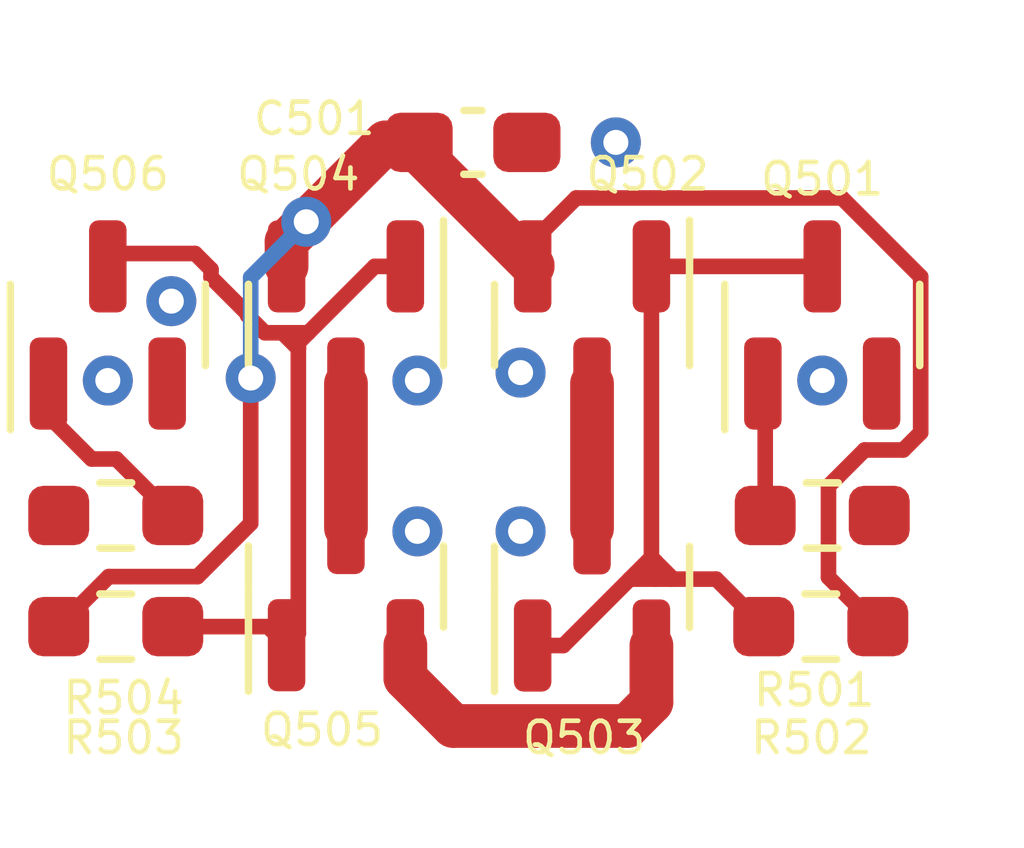
<source format=kicad_pcb>
(kicad_pcb (version 20221018) (generator pcbnew)
  (layers (0 "F.Cu" signal) (31 "B.Cu" signal) (34 "B.Paste" user) (35 "F.Paste" user) (36 "B.SilkS" user "B.Silkscreen") (37 "F.SilkS" user "F.Silkscreen") (38 "B.Mask" user) (39 "F.Mask" user) (44 "Edge.Cuts" user))
  (net 0 "")
  (net 1 "/GND")
  (net 2 "/Vin")
  (net 3 "Net-(Q501-B)")
  (net 4 "Net-(Q501-C)")
  (net 5 "/OUT_A")
  (net 6 "/OUT_B")
  (net 7 "/IN_A")
  (net 8 "/IN_B")
  (net 9 "/CurrentSense")
  (net 10 "Net-(Q504-G)")
  (net 11 "Net-(Q506-B)")
  (footprint "custom_kicad_lib_sk:R_0603_smalltext" (layer "F.Cu") (at 123.317 93.853)
    (fp_text reference "R503" (at 0.127 1.778 unlocked) (layer "F.SilkS") (effects (font (size 0.5 0.5) (thickness 0.075))))
    (fp_text value "10k")
    (fp_line (start -0.254724 -0.5225) (end 0.254724 -0.5225) (stroke (width 0.12)) (layer "F.SilkS"))
    (fp_line (start -0.254724 0.5225) (end 0.254724 0.5225) (stroke (width 0.12)) (layer "F.SilkS"))
    (pad "1" smd roundrect (at -0.9125 0) (size 0.975 0.95) (layers "F.Cu" "F.Paste" "F.Mask") (net 2 "/Vin"))
    (pad "2" smd roundrect (at 0.9125 0) (size 0.975 0.95) (layers "F.Cu" "F.Paste" "F.Mask") (net 10 "Net-(Q504-G)"))
  )
  (footprint "Package_TO_SOT_SMD:SOT-23" (layer "F.Cu") (at 134.62 89.027 90)
    (fp_text reference "Q501" (at 2.3345 0 unlocked) (layer "F.SilkS") (effects (font (size 0.5 0.5) (thickness 0.075))))
    (fp_text value "BC847")
    (fp_line (start 0 -1.56) (end -1.675 -1.56) (stroke (width 0.12)) (layer "F.SilkS"))
    (fp_line (start 0 -1.56) (end 0.65 -1.56) (stroke (width 0.12)) (layer "F.SilkS"))
    (fp_line (start 0 1.56) (end -0.65 1.56) (stroke (width 0.12)) (layer "F.SilkS"))
    (fp_line (start 0 1.56) (end 0.65 1.56) (stroke (width 0.12)) (layer "F.SilkS"))
    (pad "1" smd roundrect (at -0.9375 -0.95 90) (size 1.475 0.6) (layers "F.Cu" "F.Paste" "F.Mask") (net 3 "Net-(Q501-B)"))
    (pad "2" smd roundrect (at -0.9375 0.95 90) (size 1.475 0.6) (layers "F.Cu" "F.Paste" "F.Mask") (net 1 "/GND"))
    (pad "3" smd roundrect (at 0.9375 0 90) (size 1.475 0.6) (layers "F.Cu" "F.Paste" "F.Mask") (net 4 "Net-(Q501-C)"))
  )
  (footprint "Package_TO_SOT_SMD:SOT-23" (layer "F.Cu") (at 127 89.027 -90)
    (fp_text reference "Q504" (at -2.413 0.762 unlocked) (layer "F.SilkS") (effects (font (size 0.5 0.5) (thickness 0.075))))
    (fp_text value "P-channel")
    (fp_line (start 0 -1.56) (end -1.675 -1.56) (stroke (width 0.12)) (layer "F.SilkS"))
    (fp_line (start 0 -1.56) (end 0.65 -1.56) (stroke (width 0.12)) (layer "F.SilkS"))
    (fp_line (start 0 1.56) (end -0.65 1.56) (stroke (width 0.12)) (layer "F.SilkS"))
    (fp_line (start 0 1.56) (end 0.65 1.56) (stroke (width 0.12)) (layer "F.SilkS"))
    (pad "1" smd roundrect (at -0.9375 -0.95 270) (size 1.475 0.6) (layers "F.Cu" "F.Paste" "F.Mask") (net 10 "Net-(Q504-G)"))
    (pad "2" smd roundrect (at -0.9375 0.95 270) (size 1.475 0.6) (layers "F.Cu" "F.Paste" "F.Mask") (net 2 "/Vin"))
    (pad "3" smd roundrect (at 0.9375 0 270) (size 1.475 0.6) (layers "F.Cu" "F.Paste" "F.Mask") (net 6 "/OUT_B"))
  )
  (footprint "Capacitor_SMD:C_0603_1608Metric_Pad1.08x0.95mm_HandSolder" (layer "F.Cu") (at 129.032 86.106 180)
    (fp_text reference "C501" (at 2.54 0.381 unlocked) (layer "F.SilkS") (effects (font (size 0.5 0.5) (thickness 0.075))))
    (fp_text value "100nF")
    (fp_line (start -0.146267 -0.51) (end 0.146267 -0.51) (stroke (width 0.12)) (layer "F.SilkS"))
    (fp_line (start -0.146267 0.51) (end 0.146267 0.51) (stroke (width 0.12)) (layer "F.SilkS"))
    (pad "1" smd roundrect (at -0.8625 0 180) (size 1.075 0.95) (layers "F.Cu" "F.Paste" "F.Mask") (net 1 "/GND"))
    (pad "2" smd roundrect (at 0.8625 0 180) (size 1.075 0.95) (layers "F.Cu" "F.Paste" "F.Mask") (net 2 "/Vin"))
  )
  (footprint "custom_kicad_lib_sk:R_0603_smalltext" (layer "F.Cu") (at 134.62 92.075 180)
    (fp_text reference "R501" (at 0.127 -2.794 unlocked) (layer "F.SilkS") (effects (font (size 0.5 0.5) (thickness 0.075))))
    (fp_text value "1k")
    (fp_line (start -0.254724 -0.5225) (end 0.254724 -0.5225) (stroke (width 0.12)) (layer "F.SilkS"))
    (fp_line (start -0.254724 0.5225) (end 0.254724 0.5225) (stroke (width 0.12)) (layer "F.SilkS"))
    (pad "1" smd roundrect (at -0.9125 0 180) (size 0.975 0.95) (layers "F.Cu" "F.Paste" "F.Mask") (net 7 "/IN_A"))
    (pad "2" smd roundrect (at 0.9125 0 180) (size 0.975 0.95) (layers "F.Cu" "F.Paste" "F.Mask") (net 3 "Net-(Q501-B)"))
  )
  (footprint "custom_kicad_lib_sk:R_0603_smalltext" (layer "F.Cu") (at 123.317 92.075 180)
    (fp_text reference "R504" (at -0.127 -2.921 unlocked) (layer "F.SilkS") (effects (font (size 0.5 0.5) (thickness 0.075))))
    (fp_text value "1k")
    (fp_line (start -0.254724 -0.5225) (end 0.254724 -0.5225) (stroke (width 0.12)) (layer "F.SilkS"))
    (fp_line (start -0.254724 0.5225) (end 0.254724 0.5225) (stroke (width 0.12)) (layer "F.SilkS"))
    (pad "1" smd roundrect (at -0.9125 0 180) (size 0.975 0.95) (layers "F.Cu" "F.Paste" "F.Mask") (net 11 "Net-(Q506-B)"))
    (pad "2" smd roundrect (at 0.9125 0 180) (size 0.975 0.95) (layers "F.Cu" "F.Paste" "F.Mask") (net 8 "/IN_B"))
  )
  (footprint "Package_TO_SOT_SMD:SOT-23" (layer "F.Cu") (at 123.19 89.027 90)
    (fp_text reference "Q506" (at 2.413 0 unlocked) (layer "F.SilkS") (effects (font (size 0.5 0.5) (thickness 0.075))))
    (fp_text value "BC847")
    (fp_line (start 0 -1.56) (end -1.675 -1.56) (stroke (width 0.12)) (layer "F.SilkS"))
    (fp_line (start 0 -1.56) (end 0.65 -1.56) (stroke (width 0.12)) (layer "F.SilkS"))
    (fp_line (start 0 1.56) (end -0.65 1.56) (stroke (width 0.12)) (layer "F.SilkS"))
    (fp_line (start 0 1.56) (end 0.65 1.56) (stroke (width 0.12)) (layer "F.SilkS"))
    (pad "1" smd roundrect (at -0.9375 -0.95 90) (size 1.475 0.6) (layers "F.Cu" "F.Paste" "F.Mask") (net 11 "Net-(Q506-B)"))
    (pad "2" smd roundrect (at -0.9375 0.95 90) (size 1.475 0.6) (layers "F.Cu" "F.Paste" "F.Mask") (net 1 "/GND"))
    (pad "3" smd roundrect (at 0.9375 0 90) (size 1.475 0.6) (layers "F.Cu" "F.Paste" "F.Mask") (net 10 "Net-(Q504-G)"))
  )
  (footprint "Package_TO_SOT_SMD:SOT-23" (layer "F.Cu") (at 130.937 93.218 90)
    (fp_text reference "Q503" (at -2.413 -0.127 unlocked) (layer "F.SilkS") (effects (font (size 0.5 0.5) (thickness 0.075))))
    (fp_text value "N-channel")
    (fp_line (start 0 -1.56) (end -1.675 -1.56) (stroke (width 0.12)) (layer "F.SilkS"))
    (fp_line (start 0 -1.56) (end 0.65 -1.56) (stroke (width 0.12)) (layer "F.SilkS"))
    (fp_line (start 0 1.56) (end -0.65 1.56) (stroke (width 0.12)) (layer "F.SilkS"))
    (fp_line (start 0 1.56) (end 0.65 1.56) (stroke (width 0.12)) (layer "F.SilkS"))
    (pad "1" smd roundrect (at -0.9375 -0.95 90) (size 1.475 0.6) (layers "F.Cu" "F.Paste" "F.Mask") (net 4 "Net-(Q501-C)"))
    (pad "2" smd roundrect (at -0.9375 0.95 90) (size 1.475 0.6) (layers "F.Cu" "F.Paste" "F.Mask") (net 9 "/CurrentSense"))
    (pad "3" smd roundrect (at 0.9375 0 90) (size 1.475 0.6) (layers "F.Cu" "F.Paste" "F.Mask") (net 5 "/OUT_A"))
  )
  (footprint "Package_TO_SOT_SMD:SOT-23" (layer "F.Cu") (at 130.937 89.027 -90)
    (fp_text reference "Q502" (at -2.413 -0.889 unlocked) (layer "F.SilkS") (effects (font (size 0.5 0.5) (thickness 0.075))))
    (fp_text value "P-channel")
    (fp_line (start 0 -1.56) (end -1.675 -1.56) (stroke (width 0.12)) (layer "F.SilkS"))
    (fp_line (start 0 -1.56) (end 0.65 -1.56) (stroke (width 0.12)) (layer "F.SilkS"))
    (fp_line (start 0 1.56) (end -0.65 1.56) (stroke (width 0.12)) (layer "F.SilkS"))
    (fp_line (start 0 1.56) (end 0.65 1.56) (stroke (width 0.12)) (layer "F.SilkS"))
    (pad "1" smd roundrect (at -0.9375 -0.95 270) (size 1.475 0.6) (layers "F.Cu" "F.Paste" "F.Mask") (net 4 "Net-(Q501-C)"))
    (pad "2" smd roundrect (at -0.9375 0.95 270) (size 1.475 0.6) (layers "F.Cu" "F.Paste" "F.Mask") (net 2 "/Vin"))
    (pad "3" smd roundrect (at 0.9375 0 270) (size 1.475 0.6) (layers "F.Cu" "F.Paste" "F.Mask") (net 5 "/OUT_A"))
  )
  (footprint "custom_kicad_lib_sk:R_0603_smalltext" (layer "F.Cu") (at 134.5965 93.853 180)
    (fp_text reference "R502" (at 0.15 -1.778 unlocked) (layer "F.SilkS") (effects (font (size 0.5 0.5) (thickness 0.075))))
    (fp_text value "10k")
    (fp_line (start -0.254724 -0.5225) (end 0.254724 -0.5225) (stroke (width 0.12)) (layer "F.SilkS"))
    (fp_line (start -0.254724 0.5225) (end 0.254724 0.5225) (stroke (width 0.12)) (layer "F.SilkS"))
    (pad "1" smd roundrect (at -0.9125 0 180) (size 0.975 0.95) (layers "F.Cu" "F.Paste" "F.Mask") (net 2 "/Vin"))
    (pad "2" smd roundrect (at 0.9125 0 180) (size 0.975 0.95) (layers "F.Cu" "F.Paste" "F.Mask") (net 4 "Net-(Q501-C)"))
  )
  (footprint "Package_TO_SOT_SMD:SOT-23" (layer "F.Cu") (at 127 93.213 90)
    (fp_text reference "Q505" (at -2.291 -0.381 unlocked) (layer "F.SilkS") (effects (font (size 0.5 0.5) (thickness 0.075))))
    (fp_text value "N-channel")
    (fp_line (start 0 -1.56) (end -1.675 -1.56) (stroke (width 0.12)) (layer "F.SilkS"))
    (fp_line (start 0 -1.56) (end 0.65 -1.56) (stroke (width 0.12)) (layer "F.SilkS"))
    (fp_line (start 0 1.56) (end -0.65 1.56) (stroke (width 0.12)) (layer "F.SilkS"))
    (fp_line (start 0 1.56) (end 0.65 1.56) (stroke (width 0.12)) (layer "F.SilkS"))
    (pad "1" smd roundrect (at -0.9375 -0.95 90) (size 1.475 0.6) (layers "F.Cu" "F.Paste" "F.Mask") (net 10 "Net-(Q504-G)"))
    (pad "2" smd roundrect (at -0.9375 0.95 90) (size 1.475 0.6) (layers "F.Cu" "F.Paste" "F.Mask") (net 9 "/CurrentSense"))
    (pad "3" smd roundrect (at 0.9375 0 90) (size 1.475 0.6) (layers "F.Cu" "F.Paste" "F.Mask") (net 6 "/OUT_B"))
  )
  (via (at 129.794 92.329) (size 0.8) (drill 0.4) (layers "F.Cu" "B.Cu") (net 1))
  (via (at 134.62 89.916) (size 0.8) (drill 0.4) (layers "F.Cu" "B.Cu") (net 1))
  (via (at 131.318 86.106) (size 0.8) (drill 0.4) (layers "F.Cu" "B.Cu") (net 1))
  (via (at 129.794 89.789) (size 0.8) (drill 0.4) (layers "F.Cu" "B.Cu") (net 1))
  (via (at 124.206 88.646) (size 0.8) (drill 0.4) (layers "F.Cu" "B.Cu") (net 1))
  (via (at 128.143 89.916) (size 0.8) (drill 0.4) (layers "F.Cu" "B.Cu") (net 1))
  (via (at 128.143 92.329) (size 0.8) (drill 0.4) (layers "F.Cu" "B.Cu") (net 1))
  (via (at 123.19 89.916) (size 0.8) (drill 0.4) (layers "F.Cu" "B.Cu") (net 1))
  (segment (start 128.1695 86.106) (end 127.635 86.106) (width 0.7) (layer "F.Cu") (net 2))
  (segment (start 125.476 92.202) (end 125.476 89.8765) (width 0.25) (layer "F.Cu") (net 2))
  (segment (start 136.195 88.255249) (end 134.934751 86.995) (width 0.25) (layer "F.Cu") (net 2))
  (segment (start 124.625 93.053) (end 125.476 92.202) (width 0.25) (layer "F.Cu") (net 2))
  (segment (start 128.1695 86.106) (end 128.1695 86.2595) (width 0.7) (layer "F.Cu") (net 2))
  (segment (start 135.297505 91.027) (end 135.916751 91.027) (width 0.25) (layer "F.Cu") (net 2))
  (segment (start 134.72 93.064) (end 134.72 91.604505) (width 0.25) (layer "F.Cu") (net 2))
  (segment (start 134.934751 86.995) (end 130.683 86.995) (width 0.25) (layer "F.Cu") (net 2))
  (segment (start 135.916751 91.027) (end 136.195 90.748751) (width 0.25) (layer "F.Cu") (net 2))
  (segment (start 129.987 88.077) (end 129.987 88.0895) (width 0.7) (layer "F.Cu") (net 2))
  (segment (start 136.195 90.748751) (end 136.195 88.255249) (width 0.25) (layer "F.Cu") (net 2))
  (segment (start 123.2045 93.053) (end 124.625 93.053) (width 0.25) (layer "F.Cu") (net 2))
  (segment (start 126.05 87.691) (end 126.05 88.0895) (width 0.7) (layer "F.Cu") (net 2))
  (segment (start 134.72 91.604505) (end 135.297505 91.027) (width 0.25) (layer "F.Cu") (net 2))
  (segment (start 129.987 87.691) (end 129.987 88.0895) (width 0.25) (layer "F.Cu") (net 2))
  (segment (start 127.635 86.106) (end 126.05 87.691) (width 0.7) (layer "F.Cu") (net 2))
  (segment (start 122.4045 93.853) (end 123.2045 93.053) (width 0.25) (layer "F.Cu") (net 2))
  (segment (start 128.1695 86.2595) (end 129.987 88.077) (width 0.7) (layer "F.Cu") (net 2))
  (segment (start 135.509 93.853) (end 134.72 93.064) (width 0.25) (layer "F.Cu") (net 2))
  (segment (start 130.683 86.995) (end 129.987 87.691) (width 0.25) (layer "F.Cu") (net 2))
  (via (at 125.476 89.8765) (size 0.8) (drill 0.4) (layers "F.Cu" "B.Cu") (net 2))
  (via (at 126.365 87.376) (size 0.8) (drill 0.4) (layers "F.Cu" "B.Cu") (net 2))
  (segment (start 125.476 88.265) (end 125.476 89.8765) (width 0.25) (layer "B.Cu") (net 2))
  (segment (start 126.365 87.376) (end 125.476 88.265) (width 0.25) (layer "B.Cu") (net 2))
  (segment (start 133.7075 92.075) (end 133.7075 90.002) (width 0.25) (layer "F.Cu") (net 3))
  (segment (start 133.7075 90.002) (end 133.67 89.9645) (width 0.25) (layer "F.Cu") (net 3))
  (segment (start 133.684 93.853) (end 132.924 93.093) (width 0.25) (layer "F.Cu") (net 4))
  (segment (start 131.887 92.746249) (end 132.207 93.066249) (width 0.25) (layer "F.Cu") (net 4))
  (segment (start 132.207 93.066249) (end 132.207 93.093) (width 0.25) (layer "F.Cu") (net 4))
  (segment (start 131.953 92.812249) (end 131.887 92.746249) (width 0.25) (layer "F.Cu") (net 4))
  (segment (start 131.540249 93.093) (end 130.477749 94.1555) (width 0.25) (layer "F.Cu") (net 4))
  (segment (start 131.953 93.093) (end 131.953 92.812249) (width 0.25) (layer "F.Cu") (net 4))
  (segment (start 132.207 93.093) (end 131.953 93.093) (width 0.25) (layer "F.Cu") (net 4))
  (segment (start 131.887 92.746249) (end 131.540249 93.093) (width 0.25) (layer "F.Cu") (net 4))
  (segment (start 131.887 88.0895) (end 134.62 88.0895) (width 0.25) (layer "F.Cu") (net 4))
  (segment (start 131.887 88.0895) (end 131.887 92.746249) (width 0.25) (layer "F.Cu") (net 4))
  (segment (start 131.953 93.093) (end 131.540249 93.093) (width 0.25) (layer "F.Cu") (net 4))
  (segment (start 132.924 93.093) (end 132.207 93.093) (width 0.25) (layer "F.Cu") (net 4))
  (segment (start 130.477749 94.1555) (end 129.987 94.1555) (width 0.25) (layer "F.Cu") (net 4))
  (segment (start 130.937 89.9645) (end 130.937 92.2805) (width 0.7) (layer "F.Cu") (net 5))
  (segment (start 127 89.9645) (end 127 92.2755) (width 0.7) (layer "F.Cu") (net 6))
  (segment (start 128.717 95.443) (end 131.506 95.443) (width 0.7) (layer "F.Cu") (net 9))
  (segment (start 127.95 94.676) (end 128.717 95.443) (width 0.7) (layer "F.Cu") (net 9))
  (segment (start 131.887 95.062) (end 131.887 94.1555) (width 0.7) (layer "F.Cu") (net 9))
  (segment (start 127.95 94.1505) (end 127.95 94.676) (width 0.7) (layer "F.Cu") (net 9))
  (segment (start 131.506 95.443) (end 131.887 95.062) (width 0.7) (layer "F.Cu") (net 9))
  (segment (start 127.95 88.0895) (end 127.459251 88.0895) (width 0.25) (layer "F.Cu") (net 10))
  (segment (start 126.396751 89.152) (end 126.238 89.152) (width 0.25) (layer "F.Cu") (net 10))
  (segment (start 127.459251 88.0895) (end 126.396751 89.152) (width 0.25) (layer "F.Cu") (net 10))
  (segment (start 125.984 89.152) (end 125.703249 89.152) (width 0.25) (layer "F.Cu") (net 10))
  (segment (start 126.238 89.406) (end 125.984 89.152) (width 0.25) (layer "F.Cu") (net 10))
  (segment (start 125.7525 93.853) (end 126.05 94.1505) (width 0.25) (layer "F.Cu") (net 10))
  (segment (start 125.425 88.873751) (end 125.425 88.849) (width 0.25) (layer "F.Cu") (net 10))
  (segment (start 126.396751 89.152) (end 126.238 89.310751) (width 0.25) (layer "F.Cu") (net 10))
  (segment (start 126.238 89.408) (end 126.238 89.406) (width 0.25) (layer "F.Cu") (net 10))
  (segment (start 126.238 89.310751) (end 126.238 89.408) (width 0.25) (layer "F.Cu") (net 10))
  (segment (start 125.425 88.849) (end 124.841 88.265) (width 0.25) (layer "F.Cu") (net 10))
  (segment (start 126.238 93.9625) (end 126.238 89.408) (width 0.25) (layer "F.Cu") (net 10))
  (segment (start 126.238 89.152) (end 125.984 89.152) (width 0.25) (layer "F.Cu") (net 10))
  (segment (start 124.841 88.265) (end 124.841 88.138) (width 0.25) (layer "F.Cu") (net 10))
  (segment (start 124.587 87.884) (end 123.3955 87.884) (width 0.25) (layer "F.Cu") (net 10))
  (segment (start 126.05 94.1505) (end 126.238 93.9625) (width 0.25) (layer "F.Cu") (net 10))
  (segment (start 126.238 89.408) (end 126.238 89.152) (width 0.25) (layer "F.Cu") (net 10))
  (segment (start 125.703249 89.152) (end 125.425 88.873751) (width 0.25) (layer "F.Cu") (net 10))
  (segment (start 123.3955 87.884) (end 123.19 88.0895) (width 0.25) (layer "F.Cu") (net 10))
  (segment (start 124.841 88.138) (end 124.587 87.884) (width 0.25) (layer "F.Cu") (net 10))
  (segment (start 124.2295 93.853) (end 125.7525 93.853) (width 0.25) (layer "F.Cu") (net 10))
  (segment (start 122.24 90.48125) (end 122.93 91.17125) (width 0.25) (layer "F.Cu") (net 11))
  (segment (start 123.32575 91.17125) (end 124.2295 92.075) (width 0.25) (layer "F.Cu") (net 11))
  (segment (start 122.93 91.17125) (end 123.32575 91.17125) (width 0.25) (layer "F.Cu") (net 11))
  (segment (start 122.24 89.9645) (end 122.24 90.48125) (width 0.25) (layer "F.Cu") (net 11))
)
</source>
